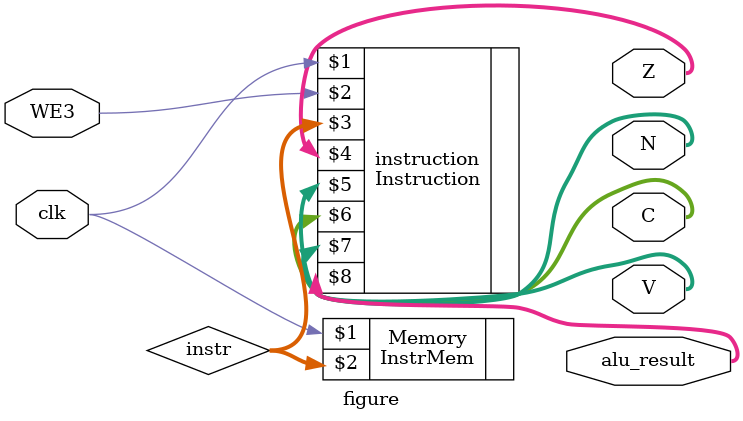
<source format=sv>
`include "instmem.sv"
`include "instruction.sv"

module figure (
  input logic clk, WE3,
  output logic [3:0] Z, N, C, V,
  output logic [7:0] alu_result);
  wire [13:0] instr;
  
  InstrMem Memory (clk, instr);
  Instruction instruction (clk, WE3, instr, Z,N,C,V, alu_result);
endmodule

</source>
